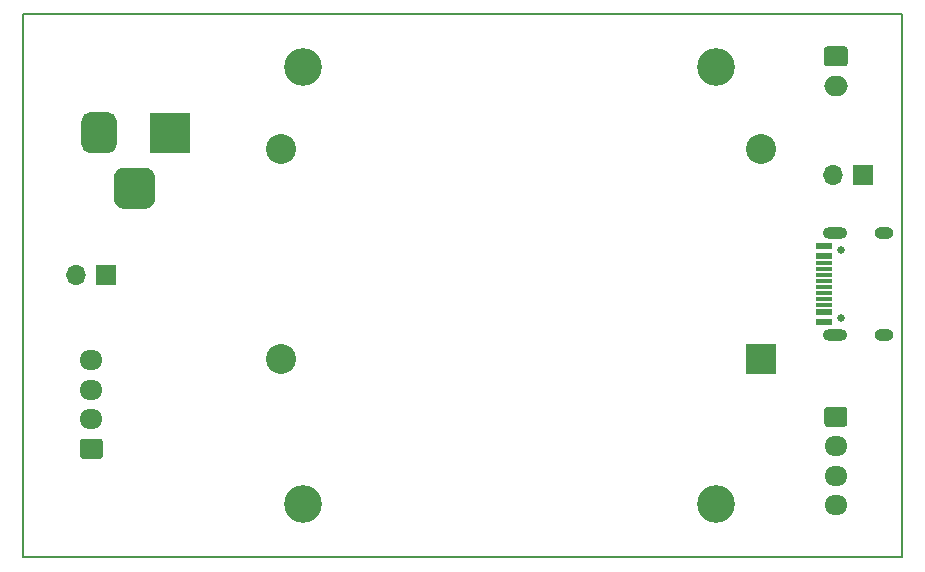
<source format=gbr>
G04 #@! TF.GenerationSoftware,KiCad,Pcbnew,7.0.11+1*
G04 #@! TF.ProjectId,radwag_scale,72616477-6167-45f7-9363-616c652e6b69,rev?*
G04 #@! TF.SameCoordinates,Original*
G04 #@! TF.FileFunction,Soldermask,Top*
G04 #@! TF.FilePolarity,Negative*
%FSLAX46Y46*%
G04 Gerber Fmt 4.6, Leading zero omitted, Abs format (unit mm)*
%MOMM*%
%LPD*%
G01*
G04 APERTURE LIST*
G04 #@! TA.AperFunction,Profile*
%ADD10C,0.200000*%
G04 #@! TD*
%ADD11C,0.650000*%
%ADD12R,1.450000X0.600000*%
%ADD13R,1.450000X0.300000*%
%ADD14O,2.100000X1.000000*%
%ADD15O,1.600000X1.000000*%
%ADD16R,3.500000X3.500000*%
%ADD17C,3.200000*%
%ADD18O,1.950000X1.700000*%
%ADD19R,1.700000X1.700000*%
%ADD20O,1.700000X1.700000*%
%ADD21R,2.540000X2.540000*%
%ADD22C,2.540000*%
%ADD23O,2.000000X1.700000*%
G04 APERTURE END LIST*
D10*
X66330000Y-35560000D02*
X140716000Y-35560000D01*
X140716000Y-81534000D01*
X66330000Y-81534000D01*
X66330000Y-35560000D01*
D11*
X135560000Y-61290000D03*
X135560000Y-55510000D03*
D12*
X134115000Y-61600000D03*
X134115000Y-60800000D03*
D13*
X134115000Y-59650000D03*
X134115000Y-58650000D03*
X134115000Y-58150000D03*
X134115000Y-57150000D03*
D12*
X134115000Y-56000000D03*
X134115000Y-55200000D03*
X134115000Y-55200000D03*
X134115000Y-56000000D03*
D13*
X134115000Y-56650000D03*
X134115000Y-57650000D03*
X134115000Y-59150000D03*
X134115000Y-60150000D03*
D12*
X134115000Y-60800000D03*
X134115000Y-61600000D03*
D14*
X135030000Y-62720000D03*
D15*
X139210000Y-62720000D03*
D14*
X135030000Y-54080000D03*
D15*
X139210000Y-54080000D03*
D16*
X78750000Y-45600000D03*
G36*
G01*
X71250000Y-46600000D02*
X71250000Y-44600000D01*
G75*
G02*
X72000000Y-43850000I750000J0D01*
G01*
X73500000Y-43850000D01*
G75*
G02*
X74250000Y-44600000I0J-750000D01*
G01*
X74250000Y-46600000D01*
G75*
G02*
X73500000Y-47350000I-750000J0D01*
G01*
X72000000Y-47350000D01*
G75*
G02*
X71250000Y-46600000I0J750000D01*
G01*
G37*
G36*
G01*
X74000000Y-51175000D02*
X74000000Y-49425000D01*
G75*
G02*
X74875000Y-48550000I875000J0D01*
G01*
X76625000Y-48550000D01*
G75*
G02*
X77500000Y-49425000I0J-875000D01*
G01*
X77500000Y-51175000D01*
G75*
G02*
X76625000Y-52050000I-875000J0D01*
G01*
X74875000Y-52050000D01*
G75*
G02*
X74000000Y-51175000I0J875000D01*
G01*
G37*
D17*
X125000000Y-40000000D03*
X90000000Y-77000000D03*
G36*
G01*
X72825000Y-73200000D02*
X71375000Y-73200000D01*
G75*
G02*
X71125000Y-72950000I0J250000D01*
G01*
X71125000Y-71750000D01*
G75*
G02*
X71375000Y-71500000I250000J0D01*
G01*
X72825000Y-71500000D01*
G75*
G02*
X73075000Y-71750000I0J-250000D01*
G01*
X73075000Y-72950000D01*
G75*
G02*
X72825000Y-73200000I-250000J0D01*
G01*
G37*
D18*
X72100000Y-69850000D03*
X72100000Y-67350000D03*
X72100000Y-64850000D03*
D19*
X73375000Y-57650000D03*
D20*
X70835000Y-57650000D03*
D19*
X137400000Y-49200000D03*
D20*
X134860000Y-49200000D03*
D17*
X125000000Y-77000000D03*
D21*
X128778000Y-64770000D03*
D22*
X128778000Y-46990000D03*
X88138000Y-46990000D03*
X88138000Y-64770000D03*
G36*
G01*
X134385500Y-38286000D02*
X135885500Y-38286000D01*
G75*
G02*
X136135500Y-38536000I0J-250000D01*
G01*
X136135500Y-39736000D01*
G75*
G02*
X135885500Y-39986000I-250000J0D01*
G01*
X134385500Y-39986000D01*
G75*
G02*
X134135500Y-39736000I0J250000D01*
G01*
X134135500Y-38536000D01*
G75*
G02*
X134385500Y-38286000I250000J0D01*
G01*
G37*
D23*
X135135500Y-41636000D03*
G36*
G01*
X134410500Y-68806000D02*
X135860500Y-68806000D01*
G75*
G02*
X136110500Y-69056000I0J-250000D01*
G01*
X136110500Y-70256000D01*
G75*
G02*
X135860500Y-70506000I-250000J0D01*
G01*
X134410500Y-70506000D01*
G75*
G02*
X134160500Y-70256000I0J250000D01*
G01*
X134160500Y-69056000D01*
G75*
G02*
X134410500Y-68806000I250000J0D01*
G01*
G37*
D18*
X135135500Y-72156000D03*
X135135500Y-74656000D03*
X135135500Y-77156000D03*
D17*
X90000000Y-40000000D03*
M02*

</source>
